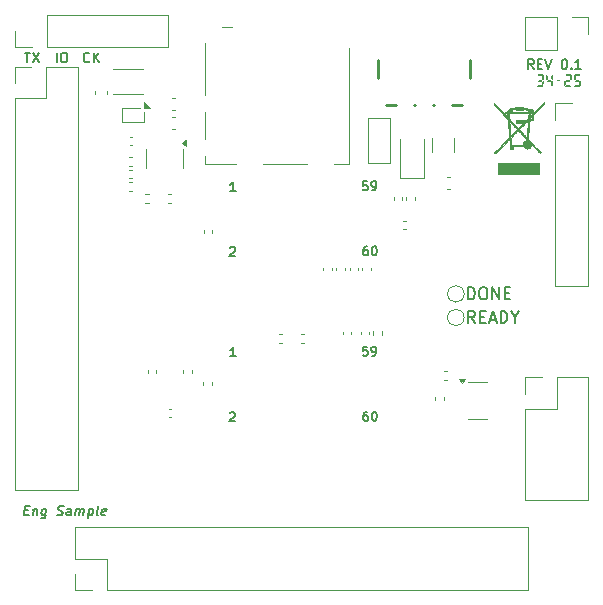
<source format=gbr>
%TF.GenerationSoftware,KiCad,Pcbnew,9.0.0+1*%
%TF.CreationDate,2025-08-24T22:54:41+08:00*%
%TF.ProjectId,cube,63756265-2e6b-4696-9361-645f70636258,rev?*%
%TF.SameCoordinates,Original*%
%TF.FileFunction,Legend,Top*%
%TF.FilePolarity,Positive*%
%FSLAX46Y46*%
G04 Gerber Fmt 4.6, Leading zero omitted, Abs format (unit mm)*
G04 Created by KiCad (PCBNEW 9.0.0+1) date 2025-08-24 22:54:41*
%MOMM*%
%LPD*%
G01*
G04 APERTURE LIST*
%ADD10C,0.127000*%
%ADD11C,0.152400*%
%ADD12C,0.150000*%
%ADD13C,0.120000*%
%ADD14C,0.010000*%
%ADD15C,0.254000*%
G04 APERTURE END LIST*
D10*
G36*
X120091880Y-79638480D02*
G01*
X119862123Y-79638480D01*
X119724632Y-79526952D01*
X119733217Y-79505595D01*
X119741660Y-79497099D01*
X119765111Y-79489924D01*
X119816060Y-79486612D01*
X120162998Y-79486612D01*
X120204925Y-79493075D01*
X120222322Y-79507968D01*
X120232511Y-79527719D01*
X120091880Y-79638480D01*
G37*
G36*
X120100464Y-79910601D02*
G01*
X120108281Y-79658161D01*
X120249680Y-79549565D01*
X120258265Y-79553473D01*
X120270750Y-79566936D01*
X120276201Y-79601141D01*
X120269222Y-79778484D01*
X120259033Y-79958269D01*
X120238723Y-79994212D01*
X120209061Y-79995747D01*
X120100464Y-79910601D01*
G37*
G36*
X120062148Y-80390284D02*
G01*
X120079317Y-80116837D01*
X120175421Y-80042648D01*
X120216878Y-80040275D01*
X120241096Y-80076986D01*
X120232860Y-80241905D01*
X120219949Y-80410593D01*
X120217741Y-80433240D01*
X120208224Y-80462938D01*
X120184006Y-80478571D01*
X120062148Y-80390284D01*
G37*
G36*
X119791005Y-80397821D02*
G01*
X120022297Y-80397821D01*
X120157485Y-80508303D01*
X120141851Y-80535871D01*
X120111858Y-80544910D01*
X120023064Y-80549690D01*
X119741801Y-80549690D01*
X119682348Y-80543836D01*
X119665239Y-80532800D01*
X119650373Y-80503696D01*
X119791005Y-80397821D01*
G37*
G36*
X119725400Y-80021710D02*
G01*
X119829321Y-79937750D01*
X120072338Y-79937750D01*
X120160625Y-80011730D01*
X120056704Y-80089618D01*
X119810547Y-80089618D01*
X119725400Y-80021710D01*
G37*
G36*
X120608274Y-79641760D02*
G01*
X120591105Y-79913671D01*
X120497374Y-79987861D01*
X120452846Y-79991001D01*
X120429396Y-79947242D01*
X120452078Y-79598768D01*
X120456681Y-79579569D01*
X120467642Y-79562057D01*
X120484043Y-79553473D01*
X120500444Y-79559754D01*
X120572331Y-79613634D01*
X120608274Y-79641760D01*
G37*
G36*
X120888839Y-79910461D02*
G01*
X120896656Y-79657882D01*
X121038055Y-79549146D01*
X121046640Y-79553054D01*
X121059122Y-79566526D01*
X121064576Y-79600792D01*
X121057597Y-79778344D01*
X121047407Y-79958199D01*
X121027098Y-79994212D01*
X120997436Y-79995747D01*
X120888839Y-79910461D01*
G37*
G36*
X120850523Y-80390005D02*
G01*
X120867692Y-80116767D01*
X120963796Y-80042648D01*
X121005253Y-80040275D01*
X121029471Y-80076986D01*
X121021235Y-80241696D01*
X121008324Y-80410314D01*
X121006118Y-80432899D01*
X120996599Y-80462589D01*
X120972381Y-80478222D01*
X120850523Y-80390005D01*
G37*
G36*
X120513775Y-80021710D02*
G01*
X120617696Y-79937750D01*
X120860713Y-79937750D01*
X120949000Y-80011730D01*
X120845079Y-80089618D01*
X120598921Y-80089618D01*
X120513775Y-80021710D01*
G37*
G36*
X121302150Y-80018779D02*
G01*
X121406070Y-79937750D01*
X121649088Y-79937750D01*
X121737375Y-80009496D01*
X121633454Y-80085151D01*
X121387296Y-80084384D01*
X121302150Y-80018779D01*
G37*
G36*
X122457004Y-79638480D02*
G01*
X122227248Y-79638480D01*
X122089757Y-79526952D01*
X122098341Y-79505595D01*
X122106785Y-79497099D01*
X122130235Y-79489924D01*
X122181185Y-79486612D01*
X122528123Y-79486612D01*
X122570050Y-79493075D01*
X122587446Y-79507968D01*
X122597636Y-79527719D01*
X122457004Y-79638480D01*
G37*
G36*
X122465589Y-79910601D02*
G01*
X122473406Y-79658161D01*
X122614805Y-79549565D01*
X122623389Y-79553473D01*
X122635874Y-79566936D01*
X122641326Y-79601141D01*
X122634347Y-79778484D01*
X122624157Y-79958269D01*
X122603848Y-79994212D01*
X122574186Y-79995747D01*
X122465589Y-79910601D01*
G37*
G36*
X122149080Y-80119210D02*
G01*
X122139728Y-80372277D01*
X121997561Y-80483247D01*
X121979555Y-80473057D01*
X121973673Y-80461044D01*
X121970202Y-80411361D01*
X121978787Y-80242603D01*
X121989744Y-80071542D01*
X122010822Y-80037134D01*
X122038180Y-80036366D01*
X122149080Y-80119210D01*
G37*
G36*
X122156129Y-80397821D02*
G01*
X122387421Y-80397821D01*
X122522609Y-80508303D01*
X122506976Y-80535871D01*
X122476982Y-80544910D01*
X122388189Y-80549690D01*
X122106926Y-80549690D01*
X122047473Y-80543836D01*
X122030363Y-80532800D01*
X122015498Y-80503696D01*
X122156129Y-80397821D01*
G37*
G36*
X122090525Y-80021710D02*
G01*
X122194445Y-79937750D01*
X122437462Y-79937750D01*
X122525750Y-80011730D01*
X122421829Y-80089618D01*
X122175671Y-80089618D01*
X122090525Y-80021710D01*
G37*
G36*
X123245379Y-79638480D02*
G01*
X123015623Y-79638480D01*
X122878132Y-79526952D01*
X122886716Y-79505595D01*
X122895160Y-79497099D01*
X122918610Y-79489924D01*
X122969560Y-79486612D01*
X123316498Y-79486612D01*
X123358425Y-79493075D01*
X123375821Y-79507968D01*
X123386011Y-79527719D01*
X123245379Y-79638480D01*
G37*
G36*
X122973398Y-79641760D02*
G01*
X122956229Y-79913671D01*
X122862498Y-79987861D01*
X122817971Y-79991001D01*
X122794520Y-79947242D01*
X122817203Y-79598768D01*
X122821805Y-79579569D01*
X122832767Y-79562057D01*
X122849168Y-79553473D01*
X122865569Y-79559754D01*
X122937455Y-79613634D01*
X122973398Y-79641760D01*
G37*
G36*
X123215648Y-80390284D02*
G01*
X123232817Y-80116837D01*
X123328921Y-80042648D01*
X123370377Y-80040275D01*
X123394595Y-80076986D01*
X123386360Y-80241905D01*
X123373448Y-80410593D01*
X123371240Y-80433240D01*
X123361723Y-80462938D01*
X123337505Y-80478571D01*
X123215648Y-80390284D01*
G37*
G36*
X122944504Y-80397821D02*
G01*
X123175796Y-80397821D01*
X123310984Y-80508303D01*
X123295351Y-80535871D01*
X123265357Y-80544910D01*
X123176564Y-80549690D01*
X122895301Y-80549690D01*
X122835848Y-80543836D01*
X122818738Y-80532800D01*
X122803873Y-80503696D01*
X122944504Y-80397821D01*
G37*
G36*
X122878899Y-80021710D02*
G01*
X122982820Y-79937750D01*
X123225837Y-79937750D01*
X123314125Y-80011730D01*
X123210204Y-80089618D01*
X122964046Y-80089618D01*
X122878899Y-80021710D01*
G37*
D11*
X119399243Y-79027933D02*
X119128310Y-78640886D01*
X118934786Y-79027933D02*
X118934786Y-78215133D01*
X118934786Y-78215133D02*
X119244424Y-78215133D01*
X119244424Y-78215133D02*
X119321834Y-78253838D01*
X119321834Y-78253838D02*
X119360539Y-78292543D01*
X119360539Y-78292543D02*
X119399243Y-78369952D01*
X119399243Y-78369952D02*
X119399243Y-78486067D01*
X119399243Y-78486067D02*
X119360539Y-78563476D01*
X119360539Y-78563476D02*
X119321834Y-78602181D01*
X119321834Y-78602181D02*
X119244424Y-78640886D01*
X119244424Y-78640886D02*
X118934786Y-78640886D01*
X119747586Y-78602181D02*
X120018520Y-78602181D01*
X120134634Y-79027933D02*
X119747586Y-79027933D01*
X119747586Y-79027933D02*
X119747586Y-78215133D01*
X119747586Y-78215133D02*
X120134634Y-78215133D01*
X120366862Y-78215133D02*
X120637795Y-79027933D01*
X120637795Y-79027933D02*
X120908729Y-78215133D01*
X121953757Y-78215133D02*
X122031167Y-78215133D01*
X122031167Y-78215133D02*
X122108576Y-78253838D01*
X122108576Y-78253838D02*
X122147281Y-78292543D01*
X122147281Y-78292543D02*
X122185986Y-78369952D01*
X122185986Y-78369952D02*
X122224691Y-78524771D01*
X122224691Y-78524771D02*
X122224691Y-78718295D01*
X122224691Y-78718295D02*
X122185986Y-78873114D01*
X122185986Y-78873114D02*
X122147281Y-78950524D01*
X122147281Y-78950524D02*
X122108576Y-78989229D01*
X122108576Y-78989229D02*
X122031167Y-79027933D01*
X122031167Y-79027933D02*
X121953757Y-79027933D01*
X121953757Y-79027933D02*
X121876348Y-78989229D01*
X121876348Y-78989229D02*
X121837643Y-78950524D01*
X121837643Y-78950524D02*
X121798938Y-78873114D01*
X121798938Y-78873114D02*
X121760234Y-78718295D01*
X121760234Y-78718295D02*
X121760234Y-78524771D01*
X121760234Y-78524771D02*
X121798938Y-78369952D01*
X121798938Y-78369952D02*
X121837643Y-78292543D01*
X121837643Y-78292543D02*
X121876348Y-78253838D01*
X121876348Y-78253838D02*
X121953757Y-78215133D01*
X122573033Y-78950524D02*
X122611738Y-78989229D01*
X122611738Y-78989229D02*
X122573033Y-79027933D01*
X122573033Y-79027933D02*
X122534329Y-78989229D01*
X122534329Y-78989229D02*
X122573033Y-78950524D01*
X122573033Y-78950524D02*
X122573033Y-79027933D01*
X123385834Y-79027933D02*
X122921377Y-79027933D01*
X123153605Y-79027933D02*
X123153605Y-78215133D01*
X123153605Y-78215133D02*
X123076196Y-78331248D01*
X123076196Y-78331248D02*
X122998786Y-78408657D01*
X122998786Y-78408657D02*
X122921377Y-78447362D01*
X79022976Y-78452303D02*
X79022976Y-77639503D01*
X79564843Y-77639503D02*
X79719662Y-77639503D01*
X79719662Y-77639503D02*
X79797072Y-77678208D01*
X79797072Y-77678208D02*
X79874481Y-77755618D01*
X79874481Y-77755618D02*
X79913186Y-77910437D01*
X79913186Y-77910437D02*
X79913186Y-78181370D01*
X79913186Y-78181370D02*
X79874481Y-78336189D01*
X79874481Y-78336189D02*
X79797072Y-78413599D01*
X79797072Y-78413599D02*
X79719662Y-78452303D01*
X79719662Y-78452303D02*
X79564843Y-78452303D01*
X79564843Y-78452303D02*
X79487434Y-78413599D01*
X79487434Y-78413599D02*
X79410024Y-78336189D01*
X79410024Y-78336189D02*
X79371320Y-78181370D01*
X79371320Y-78181370D02*
X79371320Y-77910437D01*
X79371320Y-77910437D02*
X79410024Y-77755618D01*
X79410024Y-77755618D02*
X79487434Y-77678208D01*
X79487434Y-77678208D02*
X79564843Y-77639503D01*
X81787433Y-78374894D02*
X81748729Y-78413599D01*
X81748729Y-78413599D02*
X81632614Y-78452303D01*
X81632614Y-78452303D02*
X81555205Y-78452303D01*
X81555205Y-78452303D02*
X81439091Y-78413599D01*
X81439091Y-78413599D02*
X81361681Y-78336189D01*
X81361681Y-78336189D02*
X81322976Y-78258779D01*
X81322976Y-78258779D02*
X81284272Y-78103960D01*
X81284272Y-78103960D02*
X81284272Y-77987846D01*
X81284272Y-77987846D02*
X81322976Y-77833027D01*
X81322976Y-77833027D02*
X81361681Y-77755618D01*
X81361681Y-77755618D02*
X81439091Y-77678208D01*
X81439091Y-77678208D02*
X81555205Y-77639503D01*
X81555205Y-77639503D02*
X81632614Y-77639503D01*
X81632614Y-77639503D02*
X81748729Y-77678208D01*
X81748729Y-77678208D02*
X81787433Y-77716913D01*
X82135776Y-78452303D02*
X82135776Y-77639503D01*
X82600233Y-78452303D02*
X82251891Y-77987846D01*
X82600233Y-77639503D02*
X82135776Y-78103960D01*
X76302167Y-116386851D02*
X76573101Y-116386851D01*
X76635996Y-116812603D02*
X76248948Y-116812603D01*
X76248948Y-116812603D02*
X76350548Y-115999803D01*
X76350548Y-115999803D02*
X76737596Y-115999803D01*
X77052072Y-116270737D02*
X76984338Y-116812603D01*
X77042395Y-116348146D02*
X77085938Y-116309441D01*
X77085938Y-116309441D02*
X77168186Y-116270737D01*
X77168186Y-116270737D02*
X77284300Y-116270737D01*
X77284300Y-116270737D02*
X77356872Y-116309441D01*
X77356872Y-116309441D02*
X77385900Y-116386851D01*
X77385900Y-116386851D02*
X77332681Y-116812603D01*
X78135804Y-116270737D02*
X78053557Y-116928718D01*
X78053557Y-116928718D02*
X78005176Y-117006127D01*
X78005176Y-117006127D02*
X77961633Y-117044832D01*
X77961633Y-117044832D02*
X77879385Y-117083537D01*
X77879385Y-117083537D02*
X77763271Y-117083537D01*
X77763271Y-117083537D02*
X77690700Y-117044832D01*
X78072909Y-116773899D02*
X77990662Y-116812603D01*
X77990662Y-116812603D02*
X77835843Y-116812603D01*
X77835843Y-116812603D02*
X77763271Y-116773899D01*
X77763271Y-116773899D02*
X77729404Y-116735194D01*
X77729404Y-116735194D02*
X77700376Y-116657784D01*
X77700376Y-116657784D02*
X77729404Y-116425556D01*
X77729404Y-116425556D02*
X77777785Y-116348146D01*
X77777785Y-116348146D02*
X77821328Y-116309441D01*
X77821328Y-116309441D02*
X77903576Y-116270737D01*
X77903576Y-116270737D02*
X78058395Y-116270737D01*
X78058395Y-116270737D02*
X78130966Y-116309441D01*
X79040528Y-116773899D02*
X79151804Y-116812603D01*
X79151804Y-116812603D02*
X79345328Y-116812603D01*
X79345328Y-116812603D02*
X79427575Y-116773899D01*
X79427575Y-116773899D02*
X79471118Y-116735194D01*
X79471118Y-116735194D02*
X79519499Y-116657784D01*
X79519499Y-116657784D02*
X79529175Y-116580375D01*
X79529175Y-116580375D02*
X79500147Y-116502965D01*
X79500147Y-116502965D02*
X79466280Y-116464260D01*
X79466280Y-116464260D02*
X79393709Y-116425556D01*
X79393709Y-116425556D02*
X79243728Y-116386851D01*
X79243728Y-116386851D02*
X79171156Y-116348146D01*
X79171156Y-116348146D02*
X79137289Y-116309441D01*
X79137289Y-116309441D02*
X79108261Y-116232032D01*
X79108261Y-116232032D02*
X79117937Y-116154622D01*
X79117937Y-116154622D02*
X79166318Y-116077213D01*
X79166318Y-116077213D02*
X79209861Y-116038508D01*
X79209861Y-116038508D02*
X79292109Y-115999803D01*
X79292109Y-115999803D02*
X79485632Y-115999803D01*
X79485632Y-115999803D02*
X79596909Y-116038508D01*
X80196832Y-116812603D02*
X80250051Y-116386851D01*
X80250051Y-116386851D02*
X80221023Y-116309441D01*
X80221023Y-116309441D02*
X80148451Y-116270737D01*
X80148451Y-116270737D02*
X79993632Y-116270737D01*
X79993632Y-116270737D02*
X79911384Y-116309441D01*
X80201670Y-116773899D02*
X80119423Y-116812603D01*
X80119423Y-116812603D02*
X79925899Y-116812603D01*
X79925899Y-116812603D02*
X79853327Y-116773899D01*
X79853327Y-116773899D02*
X79824299Y-116696489D01*
X79824299Y-116696489D02*
X79833975Y-116619079D01*
X79833975Y-116619079D02*
X79882356Y-116541670D01*
X79882356Y-116541670D02*
X79964604Y-116502965D01*
X79964604Y-116502965D02*
X80158127Y-116502965D01*
X80158127Y-116502965D02*
X80240375Y-116464260D01*
X80583879Y-116812603D02*
X80651613Y-116270737D01*
X80641936Y-116348146D02*
X80685479Y-116309441D01*
X80685479Y-116309441D02*
X80767727Y-116270737D01*
X80767727Y-116270737D02*
X80883841Y-116270737D01*
X80883841Y-116270737D02*
X80956413Y-116309441D01*
X80956413Y-116309441D02*
X80985441Y-116386851D01*
X80985441Y-116386851D02*
X80932222Y-116812603D01*
X80985441Y-116386851D02*
X81033822Y-116309441D01*
X81033822Y-116309441D02*
X81116070Y-116270737D01*
X81116070Y-116270737D02*
X81232184Y-116270737D01*
X81232184Y-116270737D02*
X81304755Y-116309441D01*
X81304755Y-116309441D02*
X81333784Y-116386851D01*
X81333784Y-116386851D02*
X81280565Y-116812603D01*
X81735346Y-116270737D02*
X81633746Y-117083537D01*
X81730507Y-116309441D02*
X81812755Y-116270737D01*
X81812755Y-116270737D02*
X81967574Y-116270737D01*
X81967574Y-116270737D02*
X82040146Y-116309441D01*
X82040146Y-116309441D02*
X82074012Y-116348146D01*
X82074012Y-116348146D02*
X82103041Y-116425556D01*
X82103041Y-116425556D02*
X82074012Y-116657784D01*
X82074012Y-116657784D02*
X82025631Y-116735194D01*
X82025631Y-116735194D02*
X81982088Y-116773899D01*
X81982088Y-116773899D02*
X81899841Y-116812603D01*
X81899841Y-116812603D02*
X81745022Y-116812603D01*
X81745022Y-116812603D02*
X81672450Y-116773899D01*
X82519117Y-116812603D02*
X82446545Y-116773899D01*
X82446545Y-116773899D02*
X82417517Y-116696489D01*
X82417517Y-116696489D02*
X82504602Y-115999803D01*
X83143230Y-116773899D02*
X83060983Y-116812603D01*
X83060983Y-116812603D02*
X82906164Y-116812603D01*
X82906164Y-116812603D02*
X82833592Y-116773899D01*
X82833592Y-116773899D02*
X82804564Y-116696489D01*
X82804564Y-116696489D02*
X82843269Y-116386851D01*
X82843269Y-116386851D02*
X82891649Y-116309441D01*
X82891649Y-116309441D02*
X82973897Y-116270737D01*
X82973897Y-116270737D02*
X83128716Y-116270737D01*
X83128716Y-116270737D02*
X83201288Y-116309441D01*
X83201288Y-116309441D02*
X83230316Y-116386851D01*
X83230316Y-116386851D02*
X83220640Y-116464260D01*
X83220640Y-116464260D02*
X82823916Y-116541670D01*
X76306862Y-77639503D02*
X76771319Y-77639503D01*
X76539091Y-78452303D02*
X76539091Y-77639503D01*
X76964843Y-77639503D02*
X77506709Y-78452303D01*
X77506709Y-77639503D02*
X76964843Y-78452303D01*
D12*
X113846779Y-98524819D02*
X113846779Y-97524819D01*
X113846779Y-97524819D02*
X114084874Y-97524819D01*
X114084874Y-97524819D02*
X114227731Y-97572438D01*
X114227731Y-97572438D02*
X114322969Y-97667676D01*
X114322969Y-97667676D02*
X114370588Y-97762914D01*
X114370588Y-97762914D02*
X114418207Y-97953390D01*
X114418207Y-97953390D02*
X114418207Y-98096247D01*
X114418207Y-98096247D02*
X114370588Y-98286723D01*
X114370588Y-98286723D02*
X114322969Y-98381961D01*
X114322969Y-98381961D02*
X114227731Y-98477200D01*
X114227731Y-98477200D02*
X114084874Y-98524819D01*
X114084874Y-98524819D02*
X113846779Y-98524819D01*
X115037255Y-97524819D02*
X115227731Y-97524819D01*
X115227731Y-97524819D02*
X115322969Y-97572438D01*
X115322969Y-97572438D02*
X115418207Y-97667676D01*
X115418207Y-97667676D02*
X115465826Y-97858152D01*
X115465826Y-97858152D02*
X115465826Y-98191485D01*
X115465826Y-98191485D02*
X115418207Y-98381961D01*
X115418207Y-98381961D02*
X115322969Y-98477200D01*
X115322969Y-98477200D02*
X115227731Y-98524819D01*
X115227731Y-98524819D02*
X115037255Y-98524819D01*
X115037255Y-98524819D02*
X114942017Y-98477200D01*
X114942017Y-98477200D02*
X114846779Y-98381961D01*
X114846779Y-98381961D02*
X114799160Y-98191485D01*
X114799160Y-98191485D02*
X114799160Y-97858152D01*
X114799160Y-97858152D02*
X114846779Y-97667676D01*
X114846779Y-97667676D02*
X114942017Y-97572438D01*
X114942017Y-97572438D02*
X115037255Y-97524819D01*
X115894398Y-98524819D02*
X115894398Y-97524819D01*
X115894398Y-97524819D02*
X116465826Y-98524819D01*
X116465826Y-98524819D02*
X116465826Y-97524819D01*
X116942017Y-98001009D02*
X117275350Y-98001009D01*
X117418207Y-98524819D02*
X116942017Y-98524819D01*
X116942017Y-98524819D02*
X116942017Y-97524819D01*
X116942017Y-97524819D02*
X117418207Y-97524819D01*
X93672285Y-108153287D02*
X93708571Y-108117001D01*
X93708571Y-108117001D02*
X93781143Y-108080715D01*
X93781143Y-108080715D02*
X93962571Y-108080715D01*
X93962571Y-108080715D02*
X94035143Y-108117001D01*
X94035143Y-108117001D02*
X94071428Y-108153287D01*
X94071428Y-108153287D02*
X94107714Y-108225858D01*
X94107714Y-108225858D02*
X94107714Y-108298430D01*
X94107714Y-108298430D02*
X94071428Y-108407287D01*
X94071428Y-108407287D02*
X93636000Y-108842715D01*
X93636000Y-108842715D02*
X94107714Y-108842715D01*
X94157714Y-103364715D02*
X93722285Y-103364715D01*
X93940000Y-103364715D02*
X93940000Y-102602715D01*
X93940000Y-102602715D02*
X93867428Y-102711572D01*
X93867428Y-102711572D02*
X93794857Y-102784144D01*
X93794857Y-102784144D02*
X93722285Y-102820430D01*
X105322286Y-108050715D02*
X105177143Y-108050715D01*
X105177143Y-108050715D02*
X105104571Y-108087001D01*
X105104571Y-108087001D02*
X105068286Y-108123287D01*
X105068286Y-108123287D02*
X104995714Y-108232144D01*
X104995714Y-108232144D02*
X104959428Y-108377287D01*
X104959428Y-108377287D02*
X104959428Y-108667572D01*
X104959428Y-108667572D02*
X104995714Y-108740144D01*
X104995714Y-108740144D02*
X105032000Y-108776430D01*
X105032000Y-108776430D02*
X105104571Y-108812715D01*
X105104571Y-108812715D02*
X105249714Y-108812715D01*
X105249714Y-108812715D02*
X105322286Y-108776430D01*
X105322286Y-108776430D02*
X105358571Y-108740144D01*
X105358571Y-108740144D02*
X105394857Y-108667572D01*
X105394857Y-108667572D02*
X105394857Y-108486144D01*
X105394857Y-108486144D02*
X105358571Y-108413572D01*
X105358571Y-108413572D02*
X105322286Y-108377287D01*
X105322286Y-108377287D02*
X105249714Y-108341001D01*
X105249714Y-108341001D02*
X105104571Y-108341001D01*
X105104571Y-108341001D02*
X105032000Y-108377287D01*
X105032000Y-108377287D02*
X104995714Y-108413572D01*
X104995714Y-108413572D02*
X104959428Y-108486144D01*
X105866571Y-108050715D02*
X105939142Y-108050715D01*
X105939142Y-108050715D02*
X106011714Y-108087001D01*
X106011714Y-108087001D02*
X106048000Y-108123287D01*
X106048000Y-108123287D02*
X106084285Y-108195858D01*
X106084285Y-108195858D02*
X106120571Y-108341001D01*
X106120571Y-108341001D02*
X106120571Y-108522430D01*
X106120571Y-108522430D02*
X106084285Y-108667572D01*
X106084285Y-108667572D02*
X106048000Y-108740144D01*
X106048000Y-108740144D02*
X106011714Y-108776430D01*
X106011714Y-108776430D02*
X105939142Y-108812715D01*
X105939142Y-108812715D02*
X105866571Y-108812715D01*
X105866571Y-108812715D02*
X105794000Y-108776430D01*
X105794000Y-108776430D02*
X105757714Y-108740144D01*
X105757714Y-108740144D02*
X105721428Y-108667572D01*
X105721428Y-108667572D02*
X105685142Y-108522430D01*
X105685142Y-108522430D02*
X105685142Y-108341001D01*
X105685142Y-108341001D02*
X105721428Y-108195858D01*
X105721428Y-108195858D02*
X105757714Y-108123287D01*
X105757714Y-108123287D02*
X105794000Y-108087001D01*
X105794000Y-108087001D02*
X105866571Y-108050715D01*
X105318571Y-102532715D02*
X104955714Y-102532715D01*
X104955714Y-102532715D02*
X104919428Y-102895572D01*
X104919428Y-102895572D02*
X104955714Y-102859287D01*
X104955714Y-102859287D02*
X105028286Y-102823001D01*
X105028286Y-102823001D02*
X105209714Y-102823001D01*
X105209714Y-102823001D02*
X105282286Y-102859287D01*
X105282286Y-102859287D02*
X105318571Y-102895572D01*
X105318571Y-102895572D02*
X105354857Y-102968144D01*
X105354857Y-102968144D02*
X105354857Y-103149572D01*
X105354857Y-103149572D02*
X105318571Y-103222144D01*
X105318571Y-103222144D02*
X105282286Y-103258430D01*
X105282286Y-103258430D02*
X105209714Y-103294715D01*
X105209714Y-103294715D02*
X105028286Y-103294715D01*
X105028286Y-103294715D02*
X104955714Y-103258430D01*
X104955714Y-103258430D02*
X104919428Y-103222144D01*
X105717714Y-103294715D02*
X105862857Y-103294715D01*
X105862857Y-103294715D02*
X105935428Y-103258430D01*
X105935428Y-103258430D02*
X105971714Y-103222144D01*
X105971714Y-103222144D02*
X106044285Y-103113287D01*
X106044285Y-103113287D02*
X106080571Y-102968144D01*
X106080571Y-102968144D02*
X106080571Y-102677858D01*
X106080571Y-102677858D02*
X106044285Y-102605287D01*
X106044285Y-102605287D02*
X106008000Y-102569001D01*
X106008000Y-102569001D02*
X105935428Y-102532715D01*
X105935428Y-102532715D02*
X105790285Y-102532715D01*
X105790285Y-102532715D02*
X105717714Y-102569001D01*
X105717714Y-102569001D02*
X105681428Y-102605287D01*
X105681428Y-102605287D02*
X105645142Y-102677858D01*
X105645142Y-102677858D02*
X105645142Y-102859287D01*
X105645142Y-102859287D02*
X105681428Y-102931858D01*
X105681428Y-102931858D02*
X105717714Y-102968144D01*
X105717714Y-102968144D02*
X105790285Y-103004430D01*
X105790285Y-103004430D02*
X105935428Y-103004430D01*
X105935428Y-103004430D02*
X106008000Y-102968144D01*
X106008000Y-102968144D02*
X106044285Y-102931858D01*
X106044285Y-102931858D02*
X106080571Y-102859287D01*
X94157714Y-89364715D02*
X93722285Y-89364715D01*
X93940000Y-89364715D02*
X93940000Y-88602715D01*
X93940000Y-88602715D02*
X93867428Y-88711572D01*
X93867428Y-88711572D02*
X93794857Y-88784144D01*
X93794857Y-88784144D02*
X93722285Y-88820430D01*
X105318571Y-88532715D02*
X104955714Y-88532715D01*
X104955714Y-88532715D02*
X104919428Y-88895572D01*
X104919428Y-88895572D02*
X104955714Y-88859287D01*
X104955714Y-88859287D02*
X105028286Y-88823001D01*
X105028286Y-88823001D02*
X105209714Y-88823001D01*
X105209714Y-88823001D02*
X105282286Y-88859287D01*
X105282286Y-88859287D02*
X105318571Y-88895572D01*
X105318571Y-88895572D02*
X105354857Y-88968144D01*
X105354857Y-88968144D02*
X105354857Y-89149572D01*
X105354857Y-89149572D02*
X105318571Y-89222144D01*
X105318571Y-89222144D02*
X105282286Y-89258430D01*
X105282286Y-89258430D02*
X105209714Y-89294715D01*
X105209714Y-89294715D02*
X105028286Y-89294715D01*
X105028286Y-89294715D02*
X104955714Y-89258430D01*
X104955714Y-89258430D02*
X104919428Y-89222144D01*
X105717714Y-89294715D02*
X105862857Y-89294715D01*
X105862857Y-89294715D02*
X105935428Y-89258430D01*
X105935428Y-89258430D02*
X105971714Y-89222144D01*
X105971714Y-89222144D02*
X106044285Y-89113287D01*
X106044285Y-89113287D02*
X106080571Y-88968144D01*
X106080571Y-88968144D02*
X106080571Y-88677858D01*
X106080571Y-88677858D02*
X106044285Y-88605287D01*
X106044285Y-88605287D02*
X106008000Y-88569001D01*
X106008000Y-88569001D02*
X105935428Y-88532715D01*
X105935428Y-88532715D02*
X105790285Y-88532715D01*
X105790285Y-88532715D02*
X105717714Y-88569001D01*
X105717714Y-88569001D02*
X105681428Y-88605287D01*
X105681428Y-88605287D02*
X105645142Y-88677858D01*
X105645142Y-88677858D02*
X105645142Y-88859287D01*
X105645142Y-88859287D02*
X105681428Y-88931858D01*
X105681428Y-88931858D02*
X105717714Y-88968144D01*
X105717714Y-88968144D02*
X105790285Y-89004430D01*
X105790285Y-89004430D02*
X105935428Y-89004430D01*
X105935428Y-89004430D02*
X106008000Y-88968144D01*
X106008000Y-88968144D02*
X106044285Y-88931858D01*
X106044285Y-88931858D02*
X106080571Y-88859287D01*
X105322286Y-94050715D02*
X105177143Y-94050715D01*
X105177143Y-94050715D02*
X105104571Y-94087001D01*
X105104571Y-94087001D02*
X105068286Y-94123287D01*
X105068286Y-94123287D02*
X104995714Y-94232144D01*
X104995714Y-94232144D02*
X104959428Y-94377287D01*
X104959428Y-94377287D02*
X104959428Y-94667572D01*
X104959428Y-94667572D02*
X104995714Y-94740144D01*
X104995714Y-94740144D02*
X105032000Y-94776430D01*
X105032000Y-94776430D02*
X105104571Y-94812715D01*
X105104571Y-94812715D02*
X105249714Y-94812715D01*
X105249714Y-94812715D02*
X105322286Y-94776430D01*
X105322286Y-94776430D02*
X105358571Y-94740144D01*
X105358571Y-94740144D02*
X105394857Y-94667572D01*
X105394857Y-94667572D02*
X105394857Y-94486144D01*
X105394857Y-94486144D02*
X105358571Y-94413572D01*
X105358571Y-94413572D02*
X105322286Y-94377287D01*
X105322286Y-94377287D02*
X105249714Y-94341001D01*
X105249714Y-94341001D02*
X105104571Y-94341001D01*
X105104571Y-94341001D02*
X105032000Y-94377287D01*
X105032000Y-94377287D02*
X104995714Y-94413572D01*
X104995714Y-94413572D02*
X104959428Y-94486144D01*
X105866571Y-94050715D02*
X105939142Y-94050715D01*
X105939142Y-94050715D02*
X106011714Y-94087001D01*
X106011714Y-94087001D02*
X106048000Y-94123287D01*
X106048000Y-94123287D02*
X106084285Y-94195858D01*
X106084285Y-94195858D02*
X106120571Y-94341001D01*
X106120571Y-94341001D02*
X106120571Y-94522430D01*
X106120571Y-94522430D02*
X106084285Y-94667572D01*
X106084285Y-94667572D02*
X106048000Y-94740144D01*
X106048000Y-94740144D02*
X106011714Y-94776430D01*
X106011714Y-94776430D02*
X105939142Y-94812715D01*
X105939142Y-94812715D02*
X105866571Y-94812715D01*
X105866571Y-94812715D02*
X105794000Y-94776430D01*
X105794000Y-94776430D02*
X105757714Y-94740144D01*
X105757714Y-94740144D02*
X105721428Y-94667572D01*
X105721428Y-94667572D02*
X105685142Y-94522430D01*
X105685142Y-94522430D02*
X105685142Y-94341001D01*
X105685142Y-94341001D02*
X105721428Y-94195858D01*
X105721428Y-94195858D02*
X105757714Y-94123287D01*
X105757714Y-94123287D02*
X105794000Y-94087001D01*
X105794000Y-94087001D02*
X105866571Y-94050715D01*
X93672285Y-94153287D02*
X93708571Y-94117001D01*
X93708571Y-94117001D02*
X93781143Y-94080715D01*
X93781143Y-94080715D02*
X93962571Y-94080715D01*
X93962571Y-94080715D02*
X94035143Y-94117001D01*
X94035143Y-94117001D02*
X94071428Y-94153287D01*
X94071428Y-94153287D02*
X94107714Y-94225858D01*
X94107714Y-94225858D02*
X94107714Y-94298430D01*
X94107714Y-94298430D02*
X94071428Y-94407287D01*
X94071428Y-94407287D02*
X93636000Y-94842715D01*
X93636000Y-94842715D02*
X94107714Y-94842715D01*
X114418207Y-100524819D02*
X114084874Y-100048628D01*
X113846779Y-100524819D02*
X113846779Y-99524819D01*
X113846779Y-99524819D02*
X114227731Y-99524819D01*
X114227731Y-99524819D02*
X114322969Y-99572438D01*
X114322969Y-99572438D02*
X114370588Y-99620057D01*
X114370588Y-99620057D02*
X114418207Y-99715295D01*
X114418207Y-99715295D02*
X114418207Y-99858152D01*
X114418207Y-99858152D02*
X114370588Y-99953390D01*
X114370588Y-99953390D02*
X114322969Y-100001009D01*
X114322969Y-100001009D02*
X114227731Y-100048628D01*
X114227731Y-100048628D02*
X113846779Y-100048628D01*
X114846779Y-100001009D02*
X115180112Y-100001009D01*
X115322969Y-100524819D02*
X114846779Y-100524819D01*
X114846779Y-100524819D02*
X114846779Y-99524819D01*
X114846779Y-99524819D02*
X115322969Y-99524819D01*
X115703922Y-100239104D02*
X116180112Y-100239104D01*
X115608684Y-100524819D02*
X115942017Y-99524819D01*
X115942017Y-99524819D02*
X116275350Y-100524819D01*
X116608684Y-100524819D02*
X116608684Y-99524819D01*
X116608684Y-99524819D02*
X116846779Y-99524819D01*
X116846779Y-99524819D02*
X116989636Y-99572438D01*
X116989636Y-99572438D02*
X117084874Y-99667676D01*
X117084874Y-99667676D02*
X117132493Y-99762914D01*
X117132493Y-99762914D02*
X117180112Y-99953390D01*
X117180112Y-99953390D02*
X117180112Y-100096247D01*
X117180112Y-100096247D02*
X117132493Y-100286723D01*
X117132493Y-100286723D02*
X117084874Y-100381961D01*
X117084874Y-100381961D02*
X116989636Y-100477200D01*
X116989636Y-100477200D02*
X116846779Y-100524819D01*
X116846779Y-100524819D02*
X116608684Y-100524819D01*
X117799160Y-100048628D02*
X117799160Y-100524819D01*
X117465827Y-99524819D02*
X117799160Y-100048628D01*
X117799160Y-100048628D02*
X118132493Y-99524819D01*
D13*
%TO.C,J6*%
X75489000Y-78856000D02*
X76869000Y-78856000D01*
X75489000Y-80236000D02*
X75489000Y-78856000D01*
X75489000Y-81506000D02*
X75489000Y-114636000D01*
X75489000Y-81506000D02*
X78139000Y-81506000D01*
X75489000Y-114636000D02*
X80789000Y-114636000D01*
X78139000Y-78856000D02*
X80789000Y-78856000D01*
X78139000Y-81506000D02*
X78139000Y-78856000D01*
X80789000Y-78856000D02*
X80789000Y-114636000D01*
%TO.C,DONE*%
X113510000Y-98070000D02*
G75*
G02*
X112110000Y-98070000I-700000J0D01*
G01*
X112110000Y-98070000D02*
G75*
G02*
X113510000Y-98070000I700000J0D01*
G01*
%TO.C,U2*%
X86550000Y-86570000D02*
X86550000Y-85770000D01*
X86550000Y-86570000D02*
X86550000Y-87370000D01*
X89670000Y-86570000D02*
X89670000Y-85770000D01*
X89670000Y-86570000D02*
X89670000Y-87370000D01*
X89950000Y-85510000D02*
X89620000Y-85270000D01*
X89950000Y-85030000D01*
X89950000Y-85510000D01*
G36*
X89950000Y-85510000D02*
G01*
X89620000Y-85270000D01*
X89950000Y-85030000D01*
X89950000Y-85510000D01*
G37*
%TO.C,J4*%
X118690000Y-105130000D02*
X120070000Y-105130000D01*
X118690000Y-106510000D02*
X118690000Y-105130000D01*
X118690000Y-107780000D02*
X118690000Y-115510000D01*
X118690000Y-107780000D02*
X121340000Y-107780000D01*
X118690000Y-115510000D02*
X123990000Y-115510000D01*
X121340000Y-105130000D02*
X123990000Y-105130000D01*
X121340000Y-107780000D02*
X121340000Y-105130000D01*
X123990000Y-105130000D02*
X123990000Y-115510000D01*
%TO.C,C4*%
X88688836Y-89655000D02*
X88473164Y-89655000D01*
X88688836Y-90375000D02*
X88473164Y-90375000D01*
%TO.C,C17*%
X101600000Y-95872164D02*
X101600000Y-96087836D01*
X102320000Y-95872164D02*
X102320000Y-96087836D01*
%TO.C,R11*%
X111766359Y-104590000D02*
X112073641Y-104590000D01*
X111766359Y-105350000D02*
X112073641Y-105350000D01*
%TO.C,R3*%
X99656359Y-101490000D02*
X99963641Y-101490000D01*
X99656359Y-102250000D02*
X99963641Y-102250000D01*
%TO.C,R1*%
X107530000Y-89841359D02*
X107530000Y-90148641D01*
X108290000Y-89841359D02*
X108290000Y-90148641D01*
%TO.C,C8*%
X88482164Y-107778382D02*
X88697836Y-107778382D01*
X88482164Y-108498382D02*
X88697836Y-108498382D01*
%TO.C,U5*%
X84548000Y-82335950D02*
X84548000Y-83495950D01*
X86108000Y-82335950D02*
X84548000Y-82335950D01*
X86408000Y-83495950D02*
X84548000Y-83495950D01*
X86408000Y-83495950D02*
X86408000Y-82635950D01*
X86908000Y-82335950D02*
X86408000Y-82335950D01*
X86408000Y-81835950D01*
X86908000Y-82335950D01*
G36*
X86908000Y-82335950D02*
G01*
X86408000Y-82335950D01*
X86408000Y-81835950D01*
X86908000Y-82335950D01*
G37*
%TO.C,R4*%
X108605000Y-90148641D02*
X108605000Y-89841359D01*
X109365000Y-90148641D02*
X109365000Y-89841359D01*
%TO.C,U1*%
X114610000Y-105510000D02*
X113810000Y-105510000D01*
X114610000Y-105510000D02*
X115410000Y-105510000D01*
X114610000Y-108630000D02*
X113810000Y-108630000D01*
X114610000Y-108630000D02*
X115410000Y-108630000D01*
X113310000Y-105585000D02*
X113070000Y-105255000D01*
X113550000Y-105255000D01*
X113310000Y-105585000D01*
G36*
X113310000Y-105585000D02*
G01*
X113070000Y-105255000D01*
X113550000Y-105255000D01*
X113310000Y-105585000D01*
G37*
%TO.C,C5*%
X108567836Y-91880000D02*
X108352164Y-91880000D01*
X108567836Y-92600000D02*
X108352164Y-92600000D01*
%TO.C,L1*%
X86338000Y-79056000D02*
X83818000Y-79056000D01*
X86338000Y-81176000D02*
X83818000Y-81176000D01*
%TO.C,R5*%
X86788641Y-89640000D02*
X86481359Y-89640000D01*
X86788641Y-90400000D02*
X86481359Y-90400000D01*
%TO.C,C18*%
X82230000Y-80864420D02*
X82230000Y-81145580D01*
X83250000Y-80864420D02*
X83250000Y-81145580D01*
%TO.C,CONFIG1*%
X105410000Y-83220000D02*
X105410000Y-87020000D01*
X105410000Y-87020000D02*
X107210000Y-87020000D01*
X107210000Y-83220000D02*
X105410000Y-83220000D01*
X107210000Y-87020000D02*
X107210000Y-83220000D01*
%TO.C,J7*%
X121230000Y-81940000D02*
X122610000Y-81940000D01*
X121230000Y-83320000D02*
X121230000Y-81940000D01*
X121230000Y-84590000D02*
X121230000Y-97400000D01*
X121230000Y-84590000D02*
X123990000Y-84590000D01*
X121230000Y-97400000D02*
X123990000Y-97400000D01*
X123990000Y-84590000D02*
X123990000Y-97400000D01*
%TO.C,C12*%
X103825000Y-95867164D02*
X103825000Y-96082836D01*
X104545000Y-95867164D02*
X104545000Y-96082836D01*
%TO.C,C11*%
X89730000Y-104737836D02*
X89730000Y-104522164D01*
X90450000Y-104737836D02*
X90450000Y-104522164D01*
%TO.C,R9*%
X85106359Y-87540000D02*
X85413641Y-87540000D01*
X85106359Y-88300000D02*
X85413641Y-88300000D01*
%TO.C,C15*%
X91475000Y-92897836D02*
X91475000Y-92682164D01*
X92195000Y-92897836D02*
X92195000Y-92682164D01*
%TO.C,READY*%
X113510000Y-100070000D02*
G75*
G02*
X112110000Y-100070000I-700000J0D01*
G01*
X112110000Y-100070000D02*
G75*
G02*
X113510000Y-100070000I700000J0D01*
G01*
%TO.C,R10*%
X85106359Y-88590000D02*
X85413641Y-88590000D01*
X85106359Y-89350000D02*
X85413641Y-89350000D01*
%TO.C,C13*%
X104750000Y-101487836D02*
X104750000Y-101272164D01*
X105470000Y-101487836D02*
X105470000Y-101272164D01*
%TO.C,R8*%
X85106359Y-86490000D02*
X85413641Y-86490000D01*
X85106359Y-87250000D02*
X85413641Y-87250000D01*
%TO.C,F1*%
X110800000Y-84867936D02*
X110800000Y-86072064D01*
X112620000Y-84867936D02*
X112620000Y-86072064D01*
%TO.C,C10*%
X85405836Y-84756000D02*
X85190164Y-84756000D01*
X85405836Y-85476000D02*
X85190164Y-85476000D01*
%TO.C,J10*%
X118690000Y-74650000D02*
X118690000Y-77410000D01*
X121340000Y-74650000D02*
X118690000Y-74650000D01*
X121340000Y-74650000D02*
X121340000Y-77410000D01*
X121340000Y-77410000D02*
X118690000Y-77410000D01*
X122610000Y-74650000D02*
X123990000Y-74650000D01*
X123990000Y-74650000D02*
X123990000Y-76030000D01*
%TO.C,C14*%
X103250000Y-101497836D02*
X103250000Y-101282164D01*
X103970000Y-101497836D02*
X103970000Y-101282164D01*
%TO.C,J2*%
X91540000Y-76820000D02*
X91540000Y-81270000D01*
X91540000Y-82670000D02*
X91540000Y-84970000D01*
X91540000Y-86370000D02*
X91540000Y-87090000D01*
X91540000Y-87090000D02*
X94220000Y-87090000D01*
X93020000Y-75450000D02*
X93880000Y-75450000D01*
X96520000Y-87090000D02*
X100190000Y-87090000D01*
X102490000Y-87090000D02*
X103720000Y-87090000D01*
X103720000Y-87090000D02*
X103720000Y-77270000D01*
%TO.C,C6*%
X86730000Y-104746218D02*
X86730000Y-104530546D01*
X87450000Y-104746218D02*
X87450000Y-104530546D01*
%TO.C,D1*%
X108050000Y-84920000D02*
X108050000Y-88230000D01*
X110070000Y-88230000D02*
X108050000Y-88230000D01*
X110070000Y-88230000D02*
X110070000Y-84920000D01*
%TO.C,C1*%
X89050580Y-81460000D02*
X88769420Y-81460000D01*
X89050580Y-82480000D02*
X88769420Y-82480000D01*
D14*
%TO.C,REF\u002A\u002A*%
X119857822Y-87887822D02*
X116337029Y-87887822D01*
X116337029Y-87020198D01*
X119857822Y-87020198D01*
X119857822Y-87887822D01*
G36*
X119857822Y-87887822D02*
G01*
X116337029Y-87887822D01*
X116337029Y-87020198D01*
X119857822Y-87020198D01*
X119857822Y-87887822D01*
G37*
X120234430Y-81934848D02*
X120233811Y-82021931D01*
X119782086Y-82480891D01*
X119330361Y-82939852D01*
X119330032Y-83150471D01*
X119329703Y-83361089D01*
X119054610Y-83361089D01*
X119047522Y-83414530D01*
X119044838Y-83438888D01*
X119040313Y-83484759D01*
X119034191Y-83549405D01*
X119026712Y-83630091D01*
X119018119Y-83724081D01*
X119008654Y-83828637D01*
X118998558Y-83941025D01*
X118988074Y-84058507D01*
X118977444Y-84178348D01*
X118966909Y-84297811D01*
X118956713Y-84414159D01*
X118947095Y-84524657D01*
X118938300Y-84626569D01*
X118930568Y-84717158D01*
X118924142Y-84793687D01*
X118919263Y-84853421D01*
X118916175Y-84893624D01*
X118915117Y-84911559D01*
X118915118Y-84911644D01*
X118922827Y-84926035D01*
X118945981Y-84955748D01*
X118984895Y-85001131D01*
X119039884Y-85062529D01*
X119111264Y-85140288D01*
X119199349Y-85234754D01*
X119304454Y-85346272D01*
X119426895Y-85475188D01*
X119461310Y-85511287D01*
X120007137Y-86083416D01*
X119918881Y-86171436D01*
X119847485Y-86093758D01*
X119821366Y-86065686D01*
X119780566Y-86022274D01*
X119727777Y-85966366D01*
X119665691Y-85900808D01*
X119597000Y-85828441D01*
X119524396Y-85752112D01*
X119480960Y-85706524D01*
X119399416Y-85621119D01*
X119333504Y-85552710D01*
X119281544Y-85500053D01*
X119241855Y-85461905D01*
X119212757Y-85437020D01*
X119192569Y-85424156D01*
X119179610Y-85422068D01*
X119172200Y-85429513D01*
X119168658Y-85445246D01*
X119167303Y-85468023D01*
X119167121Y-85474239D01*
X119157703Y-85517061D01*
X119134497Y-85568819D01*
X119102136Y-85621328D01*
X119065252Y-85666403D01*
X119050493Y-85680328D01*
X118974767Y-85729047D01*
X118886308Y-85756306D01*
X118808100Y-85762773D01*
X118719468Y-85750576D01*
X118637612Y-85714813D01*
X118565164Y-85656722D01*
X118551797Y-85642262D01*
X118502918Y-85586733D01*
X117657326Y-85586733D01*
X117657326Y-85762773D01*
X117430990Y-85762773D01*
X117430990Y-85680531D01*
X117428150Y-85624386D01*
X117418607Y-85585416D01*
X117407009Y-85564219D01*
X117398723Y-85549052D01*
X117391627Y-85527062D01*
X117385252Y-85494987D01*
X117379128Y-85449569D01*
X117372784Y-85387548D01*
X117365750Y-85305662D01*
X117360934Y-85244746D01*
X117338839Y-84959343D01*
X116796435Y-85508805D01*
X116698363Y-85608228D01*
X116604216Y-85703815D01*
X116515715Y-85793810D01*
X116434580Y-85876457D01*
X116362531Y-85950001D01*
X116301288Y-86012684D01*
X116252573Y-86062752D01*
X116218104Y-86098448D01*
X116199621Y-86117995D01*
X116169257Y-86148944D01*
X116143929Y-86170530D01*
X116130305Y-86177723D01*
X116112905Y-86169297D01*
X116087540Y-86148245D01*
X116078942Y-86139671D01*
X116042486Y-86101620D01*
X116243198Y-85897658D01*
X116294404Y-85845699D01*
X116360431Y-85778820D01*
X116438382Y-85699950D01*
X116525362Y-85612014D01*
X116618474Y-85517941D01*
X116714821Y-85420658D01*
X116811508Y-85323093D01*
X116880866Y-85253145D01*
X116986297Y-85146550D01*
X117074871Y-85056307D01*
X117147719Y-84981192D01*
X117205977Y-84919986D01*
X117250775Y-84871466D01*
X117272979Y-84846129D01*
X117451276Y-84846129D01*
X117473599Y-85131555D01*
X117480331Y-85215219D01*
X117486843Y-85291727D01*
X117492766Y-85357081D01*
X117497732Y-85407281D01*
X117501371Y-85438329D01*
X117502542Y-85445273D01*
X117509162Y-85473565D01*
X118458636Y-85473565D01*
X118464974Y-85394606D01*
X118484110Y-85301315D01*
X118524154Y-85218791D01*
X118582582Y-85150038D01*
X118656871Y-85098063D01*
X118740252Y-85066863D01*
X118767302Y-85052228D01*
X118780844Y-85020819D01*
X118781128Y-85019434D01*
X118782753Y-85006174D01*
X118780744Y-84992595D01*
X118773142Y-84976181D01*
X118757984Y-84954411D01*
X118733312Y-84924767D01*
X118697164Y-84884732D01*
X118647580Y-84831785D01*
X118582599Y-84763409D01*
X118578401Y-84759005D01*
X118508507Y-84685611D01*
X118434200Y-84607437D01*
X118360586Y-84529864D01*
X118292771Y-84458275D01*
X118235860Y-84398051D01*
X118223168Y-84384587D01*
X118174513Y-84333820D01*
X118131291Y-84290375D01*
X118096605Y-84257241D01*
X118073556Y-84237405D01*
X118065818Y-84233046D01*
X118054278Y-84242170D01*
X118027290Y-84267200D01*
X117986979Y-84306052D01*
X117935471Y-84356643D01*
X117874891Y-84416888D01*
X117807364Y-84484704D01*
X117752174Y-84540565D01*
X117451276Y-84846129D01*
X117272979Y-84846129D01*
X117283249Y-84834411D01*
X117304529Y-84807599D01*
X117315749Y-84789808D01*
X117318246Y-84781570D01*
X117317300Y-84763590D01*
X117314427Y-84722892D01*
X117309813Y-84661819D01*
X117303642Y-84582713D01*
X117296102Y-84487914D01*
X117287379Y-84379767D01*
X117277657Y-84260612D01*
X117267124Y-84132791D01*
X117258635Y-84030635D01*
X117210604Y-83454674D01*
X117334195Y-83454674D01*
X117334727Y-83467104D01*
X117337231Y-83502110D01*
X117341504Y-83557215D01*
X117347347Y-83629943D01*
X117354557Y-83717814D01*
X117362934Y-83818351D01*
X117372277Y-83929077D01*
X117381242Y-84034205D01*
X117391398Y-84153483D01*
X117400858Y-84266080D01*
X117409404Y-84369305D01*
X117416821Y-84460473D01*
X117422892Y-84536895D01*
X117427399Y-84595883D01*
X117430127Y-84634749D01*
X117430884Y-84649844D01*
X117432065Y-84659238D01*
X117436744Y-84662966D01*
X117446724Y-84659471D01*
X117463810Y-84647199D01*
X117489804Y-84624594D01*
X117526510Y-84590100D01*
X117575733Y-84542162D01*
X117639274Y-84479224D01*
X117706695Y-84411968D01*
X117982399Y-84136477D01*
X117980467Y-84134406D01*
X118162710Y-84134406D01*
X118171016Y-84145780D01*
X118194267Y-84172563D01*
X118230135Y-84212292D01*
X118276287Y-84262507D01*
X118330394Y-84320746D01*
X118390126Y-84384547D01*
X118453152Y-84451449D01*
X118517142Y-84518990D01*
X118579764Y-84584710D01*
X118638690Y-84646146D01*
X118691588Y-84700837D01*
X118736128Y-84746322D01*
X118769980Y-84780138D01*
X118790812Y-84799826D01*
X118796494Y-84803837D01*
X118798366Y-84790891D01*
X118802254Y-84755134D01*
X118807943Y-84698804D01*
X118815219Y-84624140D01*
X118823869Y-84533380D01*
X118833678Y-84428762D01*
X118844434Y-84312526D01*
X118855921Y-84186908D01*
X118865093Y-84085618D01*
X118876826Y-83954279D01*
X118887665Y-83830552D01*
X118897430Y-83716681D01*
X118905937Y-83614911D01*
X118913005Y-83527487D01*
X118918451Y-83456653D01*
X118922092Y-83404653D01*
X118923747Y-83373732D01*
X118923558Y-83365703D01*
X118913666Y-83372854D01*
X118888476Y-83395841D01*
X118850190Y-83432439D01*
X118801011Y-83480422D01*
X118743139Y-83537566D01*
X118678778Y-83601647D01*
X118610129Y-83670438D01*
X118539395Y-83741716D01*
X118468778Y-83813255D01*
X118400480Y-83882830D01*
X118336704Y-83948217D01*
X118279650Y-84007191D01*
X118231522Y-84057527D01*
X118194522Y-84096999D01*
X118170852Y-84123383D01*
X118162710Y-84134406D01*
X117980467Y-84134406D01*
X117879591Y-84026295D01*
X117827232Y-83970377D01*
X117768465Y-83907948D01*
X117705615Y-83841443D01*
X117641005Y-83773298D01*
X117576958Y-83705948D01*
X117515797Y-83641828D01*
X117459847Y-83583372D01*
X117411430Y-83533018D01*
X117372870Y-83493198D01*
X117346491Y-83466350D01*
X117334616Y-83454908D01*
X117334195Y-83454674D01*
X117210604Y-83454674D01*
X117198599Y-83310726D01*
X116598062Y-82679158D01*
X115997525Y-82047589D01*
X115997966Y-81959315D01*
X115998408Y-81871040D01*
X116095417Y-81974666D01*
X116149709Y-82032463D01*
X116213808Y-82100368D01*
X116285984Y-82176572D01*
X116364508Y-82259269D01*
X116447651Y-82346653D01*
X116533681Y-82436915D01*
X116620870Y-82528250D01*
X116707487Y-82618849D01*
X116791803Y-82706907D01*
X116872088Y-82790615D01*
X116946613Y-82868167D01*
X117013646Y-82937757D01*
X117071459Y-82997576D01*
X117118321Y-83045818D01*
X117152504Y-83080676D01*
X117172276Y-83100343D01*
X117176610Y-83104116D01*
X117176908Y-83090992D01*
X117175269Y-83057389D01*
X117171977Y-83007880D01*
X117167318Y-82947037D01*
X117165318Y-82922732D01*
X117150423Y-82744951D01*
X117267045Y-82744951D01*
X117273066Y-82773243D01*
X117276137Y-82795618D01*
X117280452Y-82837717D01*
X117285512Y-82894178D01*
X117290819Y-82959635D01*
X117292656Y-82983862D01*
X117298073Y-83053421D01*
X117303541Y-83118018D01*
X117308512Y-83171548D01*
X117312439Y-83207910D01*
X117313325Y-83214509D01*
X117316666Y-83228056D01*
X117323899Y-83243914D01*
X117336560Y-83263861D01*
X117356189Y-83289673D01*
X117384322Y-83323129D01*
X117422498Y-83366007D01*
X117472254Y-83420083D01*
X117535129Y-83487136D01*
X117612659Y-83568943D01*
X117691749Y-83651950D01*
X117770436Y-83734094D01*
X117843888Y-83810169D01*
X117910276Y-83878325D01*
X117967773Y-83936712D01*
X118014549Y-83983481D01*
X118048776Y-84016782D01*
X118068627Y-84034767D01*
X118072860Y-84037442D01*
X118083997Y-84027741D01*
X118110029Y-84002441D01*
X118148430Y-83964082D01*
X118196672Y-83915200D01*
X118252230Y-83858334D01*
X118292408Y-83816906D01*
X118502169Y-83600000D01*
X117883663Y-83600000D01*
X117883663Y-83361089D01*
X118638119Y-83361089D01*
X118638119Y-83467542D01*
X118776435Y-83329654D01*
X118874553Y-83231840D01*
X119065643Y-83231840D01*
X119067471Y-83247270D01*
X119076723Y-83255867D01*
X119099050Y-83259613D01*
X119140105Y-83260489D01*
X119147376Y-83260495D01*
X119229109Y-83260495D01*
X119229109Y-83041172D01*
X119147376Y-83122179D01*
X119101270Y-83171428D01*
X119073694Y-83209159D01*
X119065643Y-83231840D01*
X118874553Y-83231840D01*
X118914752Y-83191766D01*
X118914752Y-83068952D01*
X118915137Y-83012450D01*
X118916900Y-82976505D01*
X118920950Y-82956530D01*
X118928199Y-82947937D01*
X118939130Y-82946139D01*
X118951288Y-82943498D01*
X118960273Y-82932912D01*
X118967174Y-82910381D01*
X118973076Y-82871909D01*
X118979065Y-82813498D01*
X118980987Y-82792104D01*
X118985148Y-82744951D01*
X117267045Y-82744951D01*
X117150423Y-82744951D01*
X116990891Y-82744951D01*
X116990891Y-82631782D01*
X117058686Y-82631782D01*
X117098338Y-82630696D01*
X117119884Y-82625454D01*
X117122520Y-82622334D01*
X117261384Y-82622334D01*
X117268692Y-82629462D01*
X117294007Y-82631662D01*
X117311092Y-82631782D01*
X117368119Y-82631782D01*
X117580779Y-82631782D01*
X118995302Y-82631782D01*
X118947458Y-82582786D01*
X118873150Y-82522324D01*
X118781184Y-82475691D01*
X118670002Y-82442249D01*
X118559529Y-82423753D01*
X118487227Y-82415122D01*
X118487227Y-82506040D01*
X117908812Y-82506040D01*
X117908812Y-82405446D01*
X118009406Y-82405446D01*
X118386633Y-82405446D01*
X118386633Y-82342575D01*
X118009406Y-82342575D01*
X118009406Y-82405446D01*
X117908812Y-82405446D01*
X117908812Y-82402893D01*
X117823935Y-82411496D01*
X117764632Y-82418756D01*
X117701449Y-82428379D01*
X117663614Y-82435252D01*
X117588168Y-82450407D01*
X117584474Y-82541095D01*
X117580779Y-82631782D01*
X117368119Y-82631782D01*
X117368119Y-82581485D01*
X117366456Y-82549976D01*
X117362303Y-82532463D01*
X117360629Y-82531188D01*
X117342013Y-82539254D01*
X117314817Y-82558820D01*
X117287552Y-82582944D01*
X117268733Y-82604682D01*
X117267057Y-82607508D01*
X117261384Y-82622334D01*
X117122520Y-82622334D01*
X117130338Y-82613081D01*
X117134558Y-82599604D01*
X117151781Y-82564627D01*
X117184862Y-82522579D01*
X117228107Y-82479356D01*
X117275826Y-82440854D01*
X117307170Y-82420801D01*
X117342877Y-82398851D01*
X117361181Y-82380411D01*
X117367612Y-82358668D01*
X117368106Y-82345718D01*
X117368106Y-82342575D01*
X117368119Y-82304852D01*
X117473952Y-82304852D01*
X117522645Y-82306029D01*
X117560595Y-82309165D01*
X117581692Y-82313671D01*
X117583977Y-82315495D01*
X117597359Y-82318295D01*
X117629926Y-82317148D01*
X117676084Y-82312393D01*
X117707624Y-82308003D01*
X117764812Y-82299378D01*
X117817114Y-82291591D01*
X117856418Y-82285847D01*
X117867945Y-82284215D01*
X117898063Y-82274888D01*
X117908812Y-82260272D01*
X117912080Y-82254320D01*
X117923770Y-82249778D01*
X117946712Y-82246470D01*
X117983735Y-82244215D01*
X118037668Y-82242834D01*
X118111340Y-82242150D01*
X118198020Y-82241980D01*
X118290529Y-82242077D01*
X118360906Y-82242530D01*
X118412164Y-82243590D01*
X118447320Y-82245503D01*
X118469389Y-82248519D01*
X118481385Y-82252885D01*
X118486324Y-82258849D01*
X118487227Y-82265784D01*
X118494921Y-82287795D01*
X118520121Y-82300321D01*
X118566009Y-82304788D01*
X118574264Y-82304852D01*
X118651973Y-82312868D01*
X118740233Y-82334936D01*
X118831085Y-82368084D01*
X118916570Y-82409339D01*
X118988726Y-82455731D01*
X118998072Y-82463082D01*
X119028533Y-82486998D01*
X119046572Y-82496576D01*
X119059169Y-82493480D01*
X119072100Y-82480704D01*
X119110293Y-82455678D01*
X119159998Y-82446071D01*
X119213524Y-82451067D01*
X119263178Y-82469851D01*
X119301267Y-82501606D01*
X119304025Y-82505297D01*
X119332526Y-82564575D01*
X119337828Y-82625934D01*
X119320518Y-82684427D01*
X119281180Y-82735104D01*
X119276370Y-82739289D01*
X119248440Y-82759167D01*
X119220102Y-82767921D01*
X119180263Y-82768553D01*
X119170311Y-82767992D01*
X119131332Y-82766562D01*
X119111254Y-82769839D01*
X119103985Y-82779728D01*
X119103240Y-82788961D01*
X119101716Y-82815744D01*
X119097935Y-82856025D01*
X119095218Y-82880124D01*
X119091277Y-82918401D01*
X119092916Y-82937996D01*
X119102421Y-82945158D01*
X119119351Y-82946139D01*
X119129392Y-82942901D01*
X119145590Y-82932420D01*
X119169145Y-82913548D01*
X119201257Y-82885135D01*
X119243128Y-82846035D01*
X119295957Y-82795097D01*
X119360945Y-82731173D01*
X119439291Y-82653114D01*
X119532197Y-82559772D01*
X119640863Y-82449998D01*
X119693231Y-82396952D01*
X120235049Y-81847767D01*
X120234430Y-81934848D01*
G36*
X120234430Y-81934848D02*
G01*
X120233811Y-82021931D01*
X119782086Y-82480891D01*
X119330361Y-82939852D01*
X119330032Y-83150471D01*
X119329703Y-83361089D01*
X119054610Y-83361089D01*
X119047522Y-83414530D01*
X119044838Y-83438888D01*
X119040313Y-83484759D01*
X119034191Y-83549405D01*
X119026712Y-83630091D01*
X119018119Y-83724081D01*
X119008654Y-83828637D01*
X118998558Y-83941025D01*
X118988074Y-84058507D01*
X118977444Y-84178348D01*
X118966909Y-84297811D01*
X118956713Y-84414159D01*
X118947095Y-84524657D01*
X118938300Y-84626569D01*
X118930568Y-84717158D01*
X118924142Y-84793687D01*
X118919263Y-84853421D01*
X118916175Y-84893624D01*
X118915117Y-84911559D01*
X118915118Y-84911644D01*
X118922827Y-84926035D01*
X118945981Y-84955748D01*
X118984895Y-85001131D01*
X119039884Y-85062529D01*
X119111264Y-85140288D01*
X119199349Y-85234754D01*
X119304454Y-85346272D01*
X119426895Y-85475188D01*
X119461310Y-85511287D01*
X120007137Y-86083416D01*
X119918881Y-86171436D01*
X119847485Y-86093758D01*
X119821366Y-86065686D01*
X119780566Y-86022274D01*
X119727777Y-85966366D01*
X119665691Y-85900808D01*
X119597000Y-85828441D01*
X119524396Y-85752112D01*
X119480960Y-85706524D01*
X119399416Y-85621119D01*
X119333504Y-85552710D01*
X119281544Y-85500053D01*
X119241855Y-85461905D01*
X119212757Y-85437020D01*
X119192569Y-85424156D01*
X119179610Y-85422068D01*
X119172200Y-85429513D01*
X119168658Y-85445246D01*
X119167303Y-85468023D01*
X119167121Y-85474239D01*
X119157703Y-85517061D01*
X119134497Y-85568819D01*
X119102136Y-85621328D01*
X119065252Y-85666403D01*
X119050493Y-85680328D01*
X118974767Y-85729047D01*
X118886308Y-85756306D01*
X118808100Y-85762773D01*
X118719468Y-85750576D01*
X118637612Y-85714813D01*
X118565164Y-85656722D01*
X118551797Y-85642262D01*
X118502918Y-85586733D01*
X117657326Y-85586733D01*
X117657326Y-85762773D01*
X117430990Y-85762773D01*
X117430990Y-85680531D01*
X117428150Y-85624386D01*
X117418607Y-85585416D01*
X117407009Y-85564219D01*
X117398723Y-85549052D01*
X117391627Y-85527062D01*
X117385252Y-85494987D01*
X117379128Y-85449569D01*
X117372784Y-85387548D01*
X117365750Y-85305662D01*
X117360934Y-85244746D01*
X117338839Y-84959343D01*
X116796435Y-85508805D01*
X116698363Y-85608228D01*
X116604216Y-85703815D01*
X116515715Y-85793810D01*
X116434580Y-85876457D01*
X116362531Y-85950001D01*
X116301288Y-86012684D01*
X116252573Y-86062752D01*
X116218104Y-86098448D01*
X116199621Y-86117995D01*
X116169257Y-86148944D01*
X116143929Y-86170530D01*
X116130305Y-86177723D01*
X116112905Y-86169297D01*
X116087540Y-86148245D01*
X116078942Y-86139671D01*
X116042486Y-86101620D01*
X116243198Y-85897658D01*
X116294404Y-85845699D01*
X116360431Y-85778820D01*
X116438382Y-85699950D01*
X116525362Y-85612014D01*
X116618474Y-85517941D01*
X116714821Y-85420658D01*
X116811508Y-85323093D01*
X116880866Y-85253145D01*
X116986297Y-85146550D01*
X117074871Y-85056307D01*
X117147719Y-84981192D01*
X117205977Y-84919986D01*
X117250775Y-84871466D01*
X117272979Y-84846129D01*
X117451276Y-84846129D01*
X117473599Y-85131555D01*
X117480331Y-85215219D01*
X117486843Y-85291727D01*
X117492766Y-85357081D01*
X117497732Y-85407281D01*
X117501371Y-85438329D01*
X117502542Y-85445273D01*
X117509162Y-85473565D01*
X118458636Y-85473565D01*
X118464974Y-85394606D01*
X118484110Y-85301315D01*
X118524154Y-85218791D01*
X118582582Y-85150038D01*
X118656871Y-85098063D01*
X118740252Y-85066863D01*
X118767302Y-85052228D01*
X118780844Y-85020819D01*
X118781128Y-85019434D01*
X118782753Y-85006174D01*
X118780744Y-84992595D01*
X118773142Y-84976181D01*
X118757984Y-84954411D01*
X118733312Y-84924767D01*
X118697164Y-84884732D01*
X118647580Y-84831785D01*
X118582599Y-84763409D01*
X118578401Y-84759005D01*
X118508507Y-84685611D01*
X118434200Y-84607437D01*
X118360586Y-84529864D01*
X118292771Y-84458275D01*
X118235860Y-84398051D01*
X118223168Y-84384587D01*
X118174513Y-84333820D01*
X118131291Y-84290375D01*
X118096605Y-84257241D01*
X118073556Y-84237405D01*
X118065818Y-84233046D01*
X118054278Y-84242170D01*
X118027290Y-84267200D01*
X117986979Y-84306052D01*
X117935471Y-84356643D01*
X117874891Y-84416888D01*
X117807364Y-84484704D01*
X117752174Y-84540565D01*
X117451276Y-84846129D01*
X117272979Y-84846129D01*
X117283249Y-84834411D01*
X117304529Y-84807599D01*
X117315749Y-84789808D01*
X117318246Y-84781570D01*
X117317300Y-84763590D01*
X117314427Y-84722892D01*
X117309813Y-84661819D01*
X117303642Y-84582713D01*
X117296102Y-84487914D01*
X117287379Y-84379767D01*
X117277657Y-84260612D01*
X117267124Y-84132791D01*
X117258635Y-84030635D01*
X117210604Y-83454674D01*
X117334195Y-83454674D01*
X117334727Y-83467104D01*
X117337231Y-83502110D01*
X117341504Y-83557215D01*
X117347347Y-83629943D01*
X117354557Y-83717814D01*
X117362934Y-83818351D01*
X117372277Y-83929077D01*
X117381242Y-84034205D01*
X117391398Y-84153483D01*
X117400858Y-84266080D01*
X117409404Y-84369305D01*
X117416821Y-84460473D01*
X117422892Y-84536895D01*
X117427399Y-84595883D01*
X117430127Y-84634749D01*
X117430884Y-84649844D01*
X117432065Y-84659238D01*
X117436744Y-84662966D01*
X117446724Y-84659471D01*
X117463810Y-84647199D01*
X117489804Y-84624594D01*
X117526510Y-84590100D01*
X117575733Y-84542162D01*
X117639274Y-84479224D01*
X117706695Y-84411968D01*
X117982399Y-84136477D01*
X117980467Y-84134406D01*
X118162710Y-84134406D01*
X118171016Y-84145780D01*
X118194267Y-84172563D01*
X118230135Y-84212292D01*
X118276287Y-84262507D01*
X118330394Y-84320746D01*
X118390126Y-84384547D01*
X118453152Y-84451449D01*
X118517142Y-84518990D01*
X118579764Y-84584710D01*
X118638690Y-84646146D01*
X118691588Y-84700837D01*
X118736128Y-84746322D01*
X118769980Y-84780138D01*
X118790812Y-84799826D01*
X118796494Y-84803837D01*
X118798366Y-84790891D01*
X118802254Y-84755134D01*
X118807943Y-84698804D01*
X118815219Y-84624140D01*
X118823869Y-84533380D01*
X118833678Y-84428762D01*
X118844434Y-84312526D01*
X118855921Y-84186908D01*
X118865093Y-84085618D01*
X118876826Y-83954279D01*
X118887665Y-83830552D01*
X118897430Y-83716681D01*
X118905937Y-83614911D01*
X118913005Y-83527487D01*
X118918451Y-83456653D01*
X118922092Y-83404653D01*
X118923747Y-83373732D01*
X118923558Y-83365703D01*
X118913666Y-83372854D01*
X118888476Y-83395841D01*
X118850190Y-83432439D01*
X118801011Y-83480422D01*
X118743139Y-83537566D01*
X118678778Y-83601647D01*
X118610129Y-83670438D01*
X118539395Y-83741716D01*
X118468778Y-83813255D01*
X118400480Y-83882830D01*
X118336704Y-83948217D01*
X118279650Y-84007191D01*
X118231522Y-84057527D01*
X118194522Y-84096999D01*
X118170852Y-84123383D01*
X118162710Y-84134406D01*
X117980467Y-84134406D01*
X117879591Y-84026295D01*
X117827232Y-83970377D01*
X117768465Y-83907948D01*
X117705615Y-83841443D01*
X117641005Y-83773298D01*
X117576958Y-83705948D01*
X117515797Y-83641828D01*
X117459847Y-83583372D01*
X117411430Y-83533018D01*
X117372870Y-83493198D01*
X117346491Y-83466350D01*
X117334616Y-83454908D01*
X117334195Y-83454674D01*
X117210604Y-83454674D01*
X117198599Y-83310726D01*
X116598062Y-82679158D01*
X115997525Y-82047589D01*
X115997966Y-81959315D01*
X115998408Y-81871040D01*
X116095417Y-81974666D01*
X116149709Y-82032463D01*
X116213808Y-82100368D01*
X116285984Y-82176572D01*
X116364508Y-82259269D01*
X116447651Y-82346653D01*
X116533681Y-82436915D01*
X116620870Y-82528250D01*
X116707487Y-82618849D01*
X116791803Y-82706907D01*
X116872088Y-82790615D01*
X116946613Y-82868167D01*
X117013646Y-82937757D01*
X117071459Y-82997576D01*
X117118321Y-83045818D01*
X117152504Y-83080676D01*
X117172276Y-83100343D01*
X117176610Y-83104116D01*
X117176908Y-83090992D01*
X117175269Y-83057389D01*
X117171977Y-83007880D01*
X117167318Y-82947037D01*
X117165318Y-82922732D01*
X117150423Y-82744951D01*
X117267045Y-82744951D01*
X117273066Y-82773243D01*
X117276137Y-82795618D01*
X117280452Y-82837717D01*
X117285512Y-82894178D01*
X117290819Y-82959635D01*
X117292656Y-82983862D01*
X117298073Y-83053421D01*
X117303541Y-83118018D01*
X117308512Y-83171548D01*
X117312439Y-83207910D01*
X117313325Y-83214509D01*
X117316666Y-83228056D01*
X117323899Y-83243914D01*
X117336560Y-83263861D01*
X117356189Y-83289673D01*
X117384322Y-83323129D01*
X117422498Y-83366007D01*
X117472254Y-83420083D01*
X117535129Y-83487136D01*
X117612659Y-83568943D01*
X117691749Y-83651950D01*
X117770436Y-83734094D01*
X117843888Y-83810169D01*
X117910276Y-83878325D01*
X117967773Y-83936712D01*
X118014549Y-83983481D01*
X118048776Y-84016782D01*
X118068627Y-84034767D01*
X118072860Y-84037442D01*
X118083997Y-84027741D01*
X118110029Y-84002441D01*
X118148430Y-83964082D01*
X118196672Y-83915200D01*
X118252230Y-83858334D01*
X118292408Y-83816906D01*
X118502169Y-83600000D01*
X117883663Y-83600000D01*
X117883663Y-83361089D01*
X118638119Y-83361089D01*
X118638119Y-83467542D01*
X118776435Y-83329654D01*
X118874553Y-83231840D01*
X119065643Y-83231840D01*
X119067471Y-83247270D01*
X119076723Y-83255867D01*
X119099050Y-83259613D01*
X119140105Y-83260489D01*
X119147376Y-83260495D01*
X119229109Y-83260495D01*
X119229109Y-83041172D01*
X119147376Y-83122179D01*
X119101270Y-83171428D01*
X119073694Y-83209159D01*
X119065643Y-83231840D01*
X118874553Y-83231840D01*
X118914752Y-83191766D01*
X118914752Y-83068952D01*
X118915137Y-83012450D01*
X118916900Y-82976505D01*
X118920950Y-82956530D01*
X118928199Y-82947937D01*
X118939130Y-82946139D01*
X118951288Y-82943498D01*
X118960273Y-82932912D01*
X118967174Y-82910381D01*
X118973076Y-82871909D01*
X118979065Y-82813498D01*
X118980987Y-82792104D01*
X118985148Y-82744951D01*
X117267045Y-82744951D01*
X117150423Y-82744951D01*
X116990891Y-82744951D01*
X116990891Y-82631782D01*
X117058686Y-82631782D01*
X117098338Y-82630696D01*
X117119884Y-82625454D01*
X117122520Y-82622334D01*
X117261384Y-82622334D01*
X117268692Y-82629462D01*
X117294007Y-82631662D01*
X117311092Y-82631782D01*
X117368119Y-82631782D01*
X117580779Y-82631782D01*
X118995302Y-82631782D01*
X118947458Y-82582786D01*
X118873150Y-82522324D01*
X118781184Y-82475691D01*
X118670002Y-82442249D01*
X118559529Y-82423753D01*
X118487227Y-82415122D01*
X118487227Y-82506040D01*
X117908812Y-82506040D01*
X117908812Y-82405446D01*
X118009406Y-82405446D01*
X118386633Y-82405446D01*
X118386633Y-82342575D01*
X118009406Y-82342575D01*
X118009406Y-82405446D01*
X117908812Y-82405446D01*
X117908812Y-82402893D01*
X117823935Y-82411496D01*
X117764632Y-82418756D01*
X117701449Y-82428379D01*
X117663614Y-82435252D01*
X117588168Y-82450407D01*
X117584474Y-82541095D01*
X117580779Y-82631782D01*
X117368119Y-82631782D01*
X117368119Y-82581485D01*
X117366456Y-82549976D01*
X117362303Y-82532463D01*
X117360629Y-82531188D01*
X117342013Y-82539254D01*
X117314817Y-82558820D01*
X117287552Y-82582944D01*
X117268733Y-82604682D01*
X117267057Y-82607508D01*
X117261384Y-82622334D01*
X117122520Y-82622334D01*
X117130338Y-82613081D01*
X117134558Y-82599604D01*
X117151781Y-82564627D01*
X117184862Y-82522579D01*
X117228107Y-82479356D01*
X117275826Y-82440854D01*
X117307170Y-82420801D01*
X117342877Y-82398851D01*
X117361181Y-82380411D01*
X117367612Y-82358668D01*
X117368106Y-82345718D01*
X117368106Y-82342575D01*
X117368119Y-82304852D01*
X117473952Y-82304852D01*
X117522645Y-82306029D01*
X117560595Y-82309165D01*
X117581692Y-82313671D01*
X117583977Y-82315495D01*
X117597359Y-82318295D01*
X117629926Y-82317148D01*
X117676084Y-82312393D01*
X117707624Y-82308003D01*
X117764812Y-82299378D01*
X117817114Y-82291591D01*
X117856418Y-82285847D01*
X117867945Y-82284215D01*
X117898063Y-82274888D01*
X117908812Y-82260272D01*
X117912080Y-82254320D01*
X117923770Y-82249778D01*
X117946712Y-82246470D01*
X117983735Y-82244215D01*
X118037668Y-82242834D01*
X118111340Y-82242150D01*
X118198020Y-82241980D01*
X118290529Y-82242077D01*
X118360906Y-82242530D01*
X118412164Y-82243590D01*
X118447320Y-82245503D01*
X118469389Y-82248519D01*
X118481385Y-82252885D01*
X118486324Y-82258849D01*
X118487227Y-82265784D01*
X118494921Y-82287795D01*
X118520121Y-82300321D01*
X118566009Y-82304788D01*
X118574264Y-82304852D01*
X118651973Y-82312868D01*
X118740233Y-82334936D01*
X118831085Y-82368084D01*
X118916570Y-82409339D01*
X118988726Y-82455731D01*
X118998072Y-82463082D01*
X119028533Y-82486998D01*
X119046572Y-82496576D01*
X119059169Y-82493480D01*
X119072100Y-82480704D01*
X119110293Y-82455678D01*
X119159998Y-82446071D01*
X119213524Y-82451067D01*
X119263178Y-82469851D01*
X119301267Y-82501606D01*
X119304025Y-82505297D01*
X119332526Y-82564575D01*
X119337828Y-82625934D01*
X119320518Y-82684427D01*
X119281180Y-82735104D01*
X119276370Y-82739289D01*
X119248440Y-82759167D01*
X119220102Y-82767921D01*
X119180263Y-82768553D01*
X119170311Y-82767992D01*
X119131332Y-82766562D01*
X119111254Y-82769839D01*
X119103985Y-82779728D01*
X119103240Y-82788961D01*
X119101716Y-82815744D01*
X119097935Y-82856025D01*
X119095218Y-82880124D01*
X119091277Y-82918401D01*
X119092916Y-82937996D01*
X119102421Y-82945158D01*
X119119351Y-82946139D01*
X119129392Y-82942901D01*
X119145590Y-82932420D01*
X119169145Y-82913548D01*
X119201257Y-82885135D01*
X119243128Y-82846035D01*
X119295957Y-82795097D01*
X119360945Y-82731173D01*
X119439291Y-82653114D01*
X119532197Y-82559772D01*
X119640863Y-82449998D01*
X119693231Y-82396952D01*
X120235049Y-81847767D01*
X120234430Y-81934848D01*
G37*
D13*
%TO.C,R7*%
X97796359Y-101490000D02*
X98103641Y-101490000D01*
X97796359Y-102250000D02*
X98103641Y-102250000D01*
%TO.C,J9*%
X75510000Y-77206800D02*
X75510000Y-75826800D01*
X76890000Y-77206800D02*
X75510000Y-77206800D01*
X78160000Y-74446800D02*
X88430000Y-74446800D01*
X78160000Y-77206800D02*
X78160000Y-74446800D01*
X78160000Y-77206800D02*
X88430000Y-77206800D01*
X88430000Y-77206800D02*
X88430000Y-74446800D01*
%TO.C,C3*%
X111050000Y-106802164D02*
X111050000Y-107017836D01*
X111770000Y-106802164D02*
X111770000Y-107017836D01*
%TO.C,C7*%
X112069420Y-88160000D02*
X112350580Y-88160000D01*
X112069420Y-89180000D02*
X112350580Y-89180000D01*
%TO.C,C16*%
X102700000Y-95867164D02*
X102700000Y-96082836D01*
X103420000Y-95867164D02*
X103420000Y-96082836D01*
%TO.C,C9*%
X104900000Y-95867164D02*
X104900000Y-96082836D01*
X105620000Y-95867164D02*
X105620000Y-96082836D01*
D15*
%TO.C,J8*%
X106210000Y-78263500D02*
X106210000Y-79763500D01*
X106856000Y-82070000D02*
X107755000Y-82070000D01*
X109265000Y-82070000D02*
X109355000Y-82070000D01*
X110865000Y-82070000D02*
X110955000Y-82070000D01*
X112465000Y-82070000D02*
X113364000Y-82070000D01*
X114010000Y-78263500D02*
X114010000Y-79763500D01*
D13*
%TO.C,J3*%
X80590000Y-117830000D02*
X118910000Y-117830000D01*
X80590000Y-120480000D02*
X80590000Y-117830000D01*
X80590000Y-123130000D02*
X80590000Y-121750000D01*
X81970000Y-123130000D02*
X80590000Y-123130000D01*
X83240000Y-120480000D02*
X80590000Y-120480000D01*
X83240000Y-123130000D02*
X83240000Y-120480000D01*
X83240000Y-123130000D02*
X118910000Y-123130000D01*
X118910000Y-123130000D02*
X118910000Y-117830000D01*
%TO.C,R6*%
X91380000Y-105491359D02*
X91380000Y-105798641D01*
X92140000Y-105491359D02*
X92140000Y-105798641D01*
%TO.C,R2*%
X105830000Y-101216359D02*
X105830000Y-101523641D01*
X106590000Y-101216359D02*
X106590000Y-101523641D01*
%TO.C,C2*%
X89050580Y-83060000D02*
X88769420Y-83060000D01*
X89050580Y-84080000D02*
X88769420Y-84080000D01*
%TD*%
M02*

</source>
